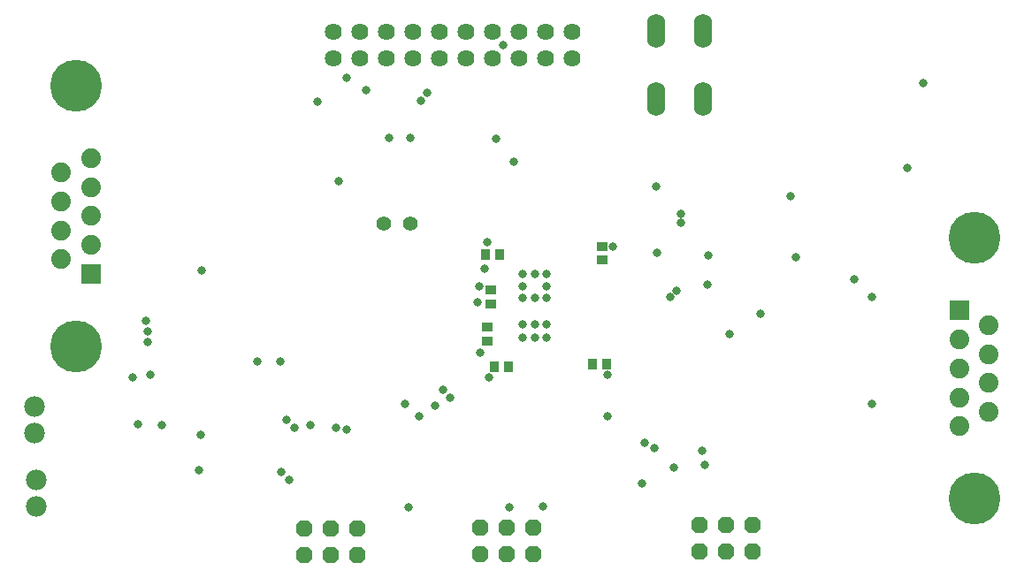
<source format=gbs>
G04*
G04 #@! TF.GenerationSoftware,Altium Limited,Altium Designer,18.0.7 (293)*
G04*
G04 Layer_Color=16711935*
%FSLAX25Y25*%
%MOIN*%
G70*
G01*
G75*
%ADD46R,0.03600X0.04400*%
%ADD47R,0.04400X0.03600*%
%ADD61C,0.07453*%
%ADD62R,0.07453X0.07453*%
%ADD63C,0.19540*%
%ADD64C,0.05600*%
%ADD65C,0.06400*%
%ADD66O,0.06800X0.12800*%
%ADD67C,0.07800*%
%ADD68P,0.06711X8X202.5*%
%ADD69C,0.03162*%
D46*
X178941Y135500D02*
D03*
X184100D02*
D03*
X187559Y93000D02*
D03*
X182400D02*
D03*
X224559Y94000D02*
D03*
X219400D02*
D03*
D47*
X179500Y102941D02*
D03*
Y108100D02*
D03*
X181000Y116941D02*
D03*
Y122100D02*
D03*
X223000Y138559D02*
D03*
Y133400D02*
D03*
D61*
X357508Y70689D02*
D03*
X368689Y76142D02*
D03*
X357508Y81595D02*
D03*
X368689Y87047D02*
D03*
X357508Y92500D02*
D03*
X368689Y97953D02*
D03*
X357508Y103405D02*
D03*
X368689Y108858D02*
D03*
X30097Y171811D02*
D03*
X18916Y166358D02*
D03*
X30097Y160906D02*
D03*
X18916Y155453D02*
D03*
X30097Y150000D02*
D03*
X18916Y144547D02*
D03*
X30097Y139094D02*
D03*
X18916Y133642D02*
D03*
D62*
X357508Y114311D02*
D03*
X30097Y128189D02*
D03*
D63*
X363098Y141693D02*
D03*
Y43307D02*
D03*
X24507Y100807D02*
D03*
Y199193D02*
D03*
D64*
X150500Y147000D02*
D03*
X140500D02*
D03*
D65*
X121500Y209500D02*
D03*
Y219500D02*
D03*
X131500Y209500D02*
D03*
Y219500D02*
D03*
X141500Y209500D02*
D03*
Y219500D02*
D03*
X151500Y209500D02*
D03*
Y219500D02*
D03*
X161500Y209500D02*
D03*
Y219500D02*
D03*
X171500Y209500D02*
D03*
Y219500D02*
D03*
X181500Y209500D02*
D03*
Y219500D02*
D03*
X191500Y209500D02*
D03*
Y219500D02*
D03*
X201500Y209500D02*
D03*
Y219500D02*
D03*
X211500Y209500D02*
D03*
Y219500D02*
D03*
D66*
X243100Y194200D02*
D03*
X260900D02*
D03*
X243100Y219800D02*
D03*
X260900D02*
D03*
D67*
X9500Y50499D02*
D03*
Y40499D02*
D03*
X9000Y78000D02*
D03*
Y68000D02*
D03*
D68*
X259500Y23500D02*
D03*
Y33500D02*
D03*
X269500Y23500D02*
D03*
Y33500D02*
D03*
X279500Y23500D02*
D03*
Y33500D02*
D03*
X177000Y22500D02*
D03*
Y32500D02*
D03*
X187000Y22500D02*
D03*
Y32500D02*
D03*
X197000Y22500D02*
D03*
Y32500D02*
D03*
X110500Y22000D02*
D03*
Y32000D02*
D03*
X120500Y22000D02*
D03*
Y32000D02*
D03*
X130500Y22000D02*
D03*
Y32000D02*
D03*
D69*
X193000Y104000D02*
D03*
X197500D02*
D03*
X202000D02*
D03*
Y109000D02*
D03*
X197500D02*
D03*
X193000D02*
D03*
X202000Y119000D02*
D03*
X197500D02*
D03*
X193000D02*
D03*
X202000Y123500D02*
D03*
X193000D02*
D03*
X202000Y128000D02*
D03*
X197500D02*
D03*
X193000D02*
D03*
X157000Y196500D02*
D03*
X154500Y193500D02*
D03*
X51000Y110500D02*
D03*
X51500Y106500D02*
D03*
Y102500D02*
D03*
X72000Y129500D02*
D03*
X165500Y81500D02*
D03*
X163000Y84500D02*
D03*
X225000Y74500D02*
D03*
X176500Y123500D02*
D03*
X318000Y126000D02*
D03*
X185500Y214500D02*
D03*
X134000Y197500D02*
D03*
X123500Y163000D02*
D03*
X225000Y90000D02*
D03*
X242500Y62500D02*
D03*
X260500Y61500D02*
D03*
X262500Y124000D02*
D03*
X263000Y135000D02*
D03*
X261500Y56000D02*
D03*
X250000Y55000D02*
D03*
X200500Y40500D02*
D03*
X188000Y40000D02*
D03*
X150000D02*
D03*
X148500Y79000D02*
D03*
X243500Y136000D02*
D03*
X243216Y161284D02*
D03*
X294000Y157500D02*
D03*
X296000Y134500D02*
D03*
X57000Y71000D02*
D03*
X46000Y89000D02*
D03*
X52500Y90000D02*
D03*
X238000Y49000D02*
D03*
X239000Y64500D02*
D03*
X160000Y78500D02*
D03*
X154000Y74500D02*
D03*
X122500Y70000D02*
D03*
X126500Y69500D02*
D03*
X113000Y71000D02*
D03*
X178500Y130000D02*
D03*
X344000Y200000D02*
D03*
X338000Y168000D02*
D03*
X324500Y79000D02*
D03*
Y119500D02*
D03*
X189500Y170500D02*
D03*
X252500Y150862D02*
D03*
Y147500D02*
D03*
X250814Y121814D02*
D03*
X248436Y119436D02*
D03*
X227000Y138500D02*
D03*
X179500Y140000D02*
D03*
X176000Y117500D02*
D03*
X177000Y98500D02*
D03*
X180311Y89019D02*
D03*
X102000Y53500D02*
D03*
X105000Y50500D02*
D03*
X103750Y73250D02*
D03*
X106750Y70250D02*
D03*
X183000Y179000D02*
D03*
X71500Y67500D02*
D03*
X71000Y54000D02*
D03*
X48000Y71500D02*
D03*
X271000Y105500D02*
D03*
X282500Y113000D02*
D03*
X93000Y95000D02*
D03*
X101500D02*
D03*
X150500Y179500D02*
D03*
X142500D02*
D03*
X115500Y193000D02*
D03*
X126500Y202000D02*
D03*
M02*

</source>
